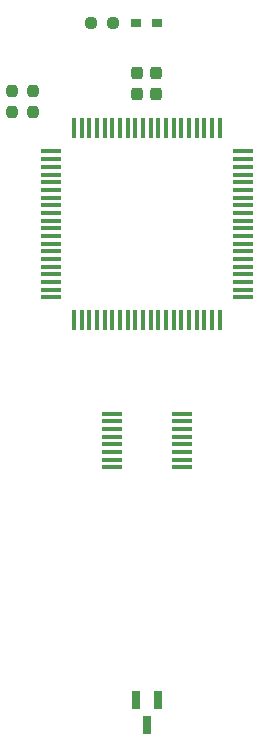
<source format=gbr>
G04 #@! TF.GenerationSoftware,KiCad,Pcbnew,9.0.6*
G04 #@! TF.CreationDate,2025-12-15T20:36:39+09:00*
G04 #@! TF.ProjectId,bionic-hd64180s,62696f6e-6963-42d6-9864-363431383073,1*
G04 #@! TF.SameCoordinates,Original*
G04 #@! TF.FileFunction,Paste,Top*
G04 #@! TF.FilePolarity,Positive*
%FSLAX46Y46*%
G04 Gerber Fmt 4.6, Leading zero omitted, Abs format (unit mm)*
G04 Created by KiCad (PCBNEW 9.0.6) date 2025-12-15 20:36:39*
%MOMM*%
%LPD*%
G01*
G04 APERTURE LIST*
G04 Aperture macros list*
%AMRoundRect*
0 Rectangle with rounded corners*
0 $1 Rounding radius*
0 $2 $3 $4 $5 $6 $7 $8 $9 X,Y pos of 4 corners*
0 Add a 4 corners polygon primitive as box body*
4,1,4,$2,$3,$4,$5,$6,$7,$8,$9,$2,$3,0*
0 Add four circle primitives for the rounded corners*
1,1,$1+$1,$2,$3*
1,1,$1+$1,$4,$5*
1,1,$1+$1,$6,$7*
1,1,$1+$1,$8,$9*
0 Add four rect primitives between the rounded corners*
20,1,$1+$1,$2,$3,$4,$5,0*
20,1,$1+$1,$4,$5,$6,$7,0*
20,1,$1+$1,$6,$7,$8,$9,0*
20,1,$1+$1,$8,$9,$2,$3,0*%
G04 Aperture macros list end*
%ADD10RoundRect,0.237500X-0.237500X0.250000X-0.237500X-0.250000X0.237500X-0.250000X0.237500X0.250000X0*%
%ADD11R,1.778000X0.355600*%
%ADD12R,0.965200X0.762000*%
%ADD13RoundRect,0.100000X-0.775000X-0.100000X0.775000X-0.100000X0.775000X0.100000X-0.775000X0.100000X0*%
%ADD14RoundRect,0.100000X-0.100000X-0.775000X0.100000X-0.775000X0.100000X0.775000X-0.100000X0.775000X0*%
%ADD15RoundRect,0.237500X0.250000X0.237500X-0.250000X0.237500X-0.250000X-0.237500X0.250000X-0.237500X0*%
%ADD16R,0.660400X1.625600*%
%ADD17RoundRect,0.237500X0.237500X-0.300000X0.237500X0.300000X-0.237500X0.300000X-0.237500X-0.300000X0*%
G04 APERTURE END LIST*
D10*
X102270000Y-77215500D03*
X102270000Y-79040500D03*
D11*
X110728200Y-104555001D03*
X110728200Y-105204999D03*
X110728200Y-105855001D03*
X110728200Y-106504999D03*
X110728200Y-107154998D03*
X110728200Y-107804999D03*
X110728200Y-108454998D03*
X110728200Y-109104999D03*
X116671800Y-109104999D03*
X116671800Y-108455001D03*
X116671800Y-107804999D03*
X116671800Y-107155001D03*
X116671800Y-106505002D03*
X116671800Y-105855001D03*
X116671800Y-105205002D03*
X116671800Y-104555001D03*
D12*
X112823700Y-71524000D03*
X114576300Y-71524000D03*
D13*
X105575000Y-82364000D03*
X105575000Y-83014000D03*
X105575000Y-83664000D03*
X105575000Y-84314000D03*
X105575000Y-84964000D03*
X105575000Y-85614000D03*
X105575000Y-86264000D03*
X105575000Y-86914000D03*
X105575000Y-87564000D03*
X105575000Y-88214000D03*
X105575000Y-88864000D03*
X105575000Y-89514000D03*
X105575000Y-90164000D03*
X105575000Y-90814000D03*
X105575000Y-91464000D03*
X105575000Y-92114000D03*
X105575000Y-92764000D03*
X105575000Y-93414000D03*
X105575000Y-94064000D03*
X105575000Y-94714000D03*
D14*
X107525000Y-96664000D03*
X108175000Y-96664000D03*
X108825000Y-96664000D03*
X109475000Y-96664000D03*
X110125000Y-96664000D03*
X110775000Y-96664000D03*
X111425000Y-96664000D03*
X112075000Y-96664000D03*
X112725000Y-96664000D03*
X113375000Y-96664000D03*
X114025000Y-96664000D03*
X114675000Y-96664000D03*
X115325000Y-96664000D03*
X115975000Y-96664000D03*
X116625000Y-96664000D03*
X117275000Y-96664000D03*
X117925000Y-96664000D03*
X118575000Y-96664000D03*
X119225000Y-96664000D03*
X119875000Y-96664000D03*
D13*
X121825000Y-94714000D03*
X121825000Y-94064000D03*
X121825000Y-93414000D03*
X121825000Y-92764000D03*
X121825000Y-92114000D03*
X121825000Y-91464000D03*
X121825000Y-90814000D03*
X121825000Y-90164000D03*
X121825000Y-89514000D03*
X121825000Y-88864000D03*
X121825000Y-88214000D03*
X121825000Y-87564000D03*
X121825000Y-86914000D03*
X121825000Y-86264000D03*
X121825000Y-85614000D03*
X121825000Y-84964000D03*
X121825000Y-84314000D03*
X121825000Y-83664000D03*
X121825000Y-83014000D03*
X121825000Y-82364000D03*
D14*
X119875000Y-80414000D03*
X119225000Y-80414000D03*
X118575000Y-80414000D03*
X117925000Y-80414000D03*
X117275000Y-80414000D03*
X116625000Y-80414000D03*
X115975000Y-80414000D03*
X115325000Y-80414000D03*
X114675000Y-80414000D03*
X114025000Y-80414000D03*
X113375000Y-80414000D03*
X112725000Y-80414000D03*
X112075000Y-80414000D03*
X111425000Y-80414000D03*
X110775000Y-80414000D03*
X110125000Y-80414000D03*
X109475000Y-80414000D03*
X108825000Y-80414000D03*
X108175000Y-80414000D03*
X107525000Y-80414000D03*
D10*
X104048000Y-77215500D03*
X104048000Y-79040500D03*
D15*
X110802500Y-71524000D03*
X108977500Y-71524000D03*
D16*
X114650001Y-128828000D03*
X112749999Y-128828000D03*
X113700000Y-130960000D03*
D17*
X112887200Y-77466500D03*
X112887200Y-75741500D03*
X114512800Y-77466500D03*
X114512800Y-75741500D03*
M02*

</source>
